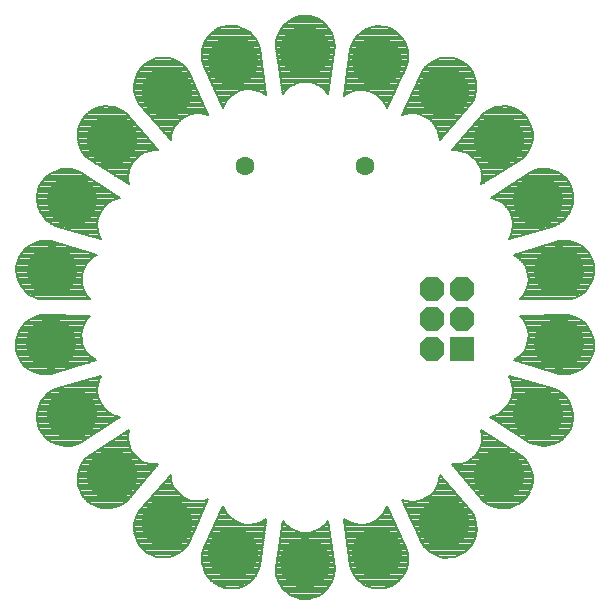
<source format=gbs>
G75*
%MOIN*%
%OFA0B0*%
%FSLAX25Y25*%
%IPPOS*%
%LPD*%
%AMOC8*
5,1,8,0,0,1.08239X$1,22.5*
%
%ADD10C,0.16800*%
%ADD11C,0.00800*%
%ADD12R,0.08200X0.08200*%
%ADD13OC8,0.08200*%
%ADD14C,0.06312*%
D10*
X0114104Y0106543D03*
X0095783Y0122466D03*
X0082533Y0142831D03*
X0075653Y0166145D03*
X0075810Y0190482D03*
X0082533Y0213836D03*
X0095783Y0234201D03*
X0114143Y0250124D03*
X0136160Y0260464D03*
X0160260Y0263648D03*
X0184282Y0260228D03*
X0206417Y0250124D03*
X0224738Y0234201D03*
X0237988Y0213875D03*
X0244710Y0190482D03*
X0244710Y0166185D03*
X0237869Y0142870D03*
X0224738Y0122466D03*
X0206496Y0106464D03*
X0184282Y0096439D03*
X0160260Y0093018D03*
X0136238Y0096439D03*
D11*
X0119698Y0097684D02*
X0106237Y0097684D01*
X0106423Y0097482D02*
X0105355Y0098640D01*
X0104481Y0099951D01*
X0103824Y0101383D01*
X0103398Y0102900D01*
X0103215Y0104465D01*
X0103279Y0106039D01*
X0103588Y0107584D01*
X0104135Y0109062D01*
X0104907Y0110436D01*
X0115402Y0122412D01*
X0115576Y0120962D01*
X0115979Y0119559D01*
X0116600Y0118238D01*
X0117424Y0117033D01*
X0118430Y0115975D01*
X0119591Y0115091D01*
X0120879Y0114403D01*
X0122260Y0113929D01*
X0123698Y0113681D01*
X0125158Y0113666D01*
X0126601Y0113884D01*
X0127992Y0114329D01*
X0121472Y0099801D01*
X0120544Y0098528D01*
X0119428Y0097415D01*
X0118152Y0096491D01*
X0116747Y0095777D01*
X0115248Y0095292D01*
X0113692Y0095048D01*
X0112116Y0095050D01*
X0110560Y0095298D01*
X0109062Y0095787D01*
X0107659Y0096504D01*
X0106423Y0097482D01*
X0107178Y0096885D02*
X0118697Y0096885D01*
X0117357Y0096087D02*
X0108476Y0096087D01*
X0110624Y0095288D02*
X0115222Y0095288D01*
X0120498Y0098482D02*
X0105501Y0098482D01*
X0104928Y0099281D02*
X0121093Y0099281D01*
X0121597Y0100079D02*
X0104423Y0100079D01*
X0104056Y0100878D02*
X0121955Y0100878D01*
X0122313Y0101676D02*
X0103741Y0101676D01*
X0103517Y0102475D02*
X0122672Y0102475D01*
X0123030Y0103273D02*
X0103354Y0103273D01*
X0103261Y0104072D02*
X0123388Y0104072D01*
X0123747Y0104870D02*
X0103231Y0104870D01*
X0103264Y0105669D02*
X0124105Y0105669D01*
X0124463Y0106467D02*
X0103364Y0106467D01*
X0103524Y0107266D02*
X0124822Y0107266D01*
X0125180Y0108064D02*
X0103766Y0108064D01*
X0104061Y0108863D02*
X0125538Y0108863D01*
X0125897Y0109661D02*
X0104472Y0109661D01*
X0104928Y0110460D02*
X0126255Y0110460D01*
X0126613Y0111258D02*
X0105628Y0111258D01*
X0106327Y0112057D02*
X0126972Y0112057D01*
X0127330Y0112855D02*
X0107027Y0112855D01*
X0107727Y0113654D02*
X0127689Y0113654D01*
X0132647Y0111258D02*
X0133334Y0111258D01*
X0133580Y0110687D02*
X0134362Y0109455D01*
X0135331Y0108363D01*
X0136462Y0107440D01*
X0137725Y0106708D01*
X0139089Y0106188D01*
X0140519Y0105892D01*
X0141977Y0105827D01*
X0143427Y0105996D01*
X0144832Y0106393D01*
X0146155Y0107010D01*
X0147363Y0107830D01*
X0145210Y0092051D01*
X0144680Y0090568D01*
X0143923Y0089185D01*
X0142960Y0087938D01*
X0141814Y0086857D01*
X0140513Y0085969D01*
X0139089Y0085295D01*
X0137576Y0084852D01*
X0136014Y0084651D01*
X0134439Y0084697D01*
X0132890Y0084989D01*
X0131429Y0085578D01*
X0130077Y0086387D01*
X0128869Y0087399D01*
X0127833Y0088586D01*
X0126997Y0089921D01*
X0126379Y0091371D01*
X0125996Y0092899D01*
X0125856Y0094469D01*
X0125964Y0096041D01*
X0126316Y0097576D01*
X0133004Y0112028D01*
X0133580Y0110687D01*
X0133724Y0110460D02*
X0132278Y0110460D01*
X0131908Y0109661D02*
X0134231Y0109661D01*
X0134888Y0108863D02*
X0131539Y0108863D01*
X0131169Y0108064D02*
X0135697Y0108064D01*
X0136762Y0107266D02*
X0130800Y0107266D01*
X0130430Y0106467D02*
X0138357Y0106467D01*
X0144990Y0106467D02*
X0147177Y0106467D01*
X0147068Y0105669D02*
X0130061Y0105669D01*
X0129691Y0104870D02*
X0146959Y0104870D01*
X0146850Y0104072D02*
X0129322Y0104072D01*
X0128952Y0103273D02*
X0146741Y0103273D01*
X0146632Y0102475D02*
X0128583Y0102475D01*
X0128213Y0101676D02*
X0146523Y0101676D01*
X0146414Y0100878D02*
X0127844Y0100878D01*
X0127474Y0100079D02*
X0146305Y0100079D01*
X0146197Y0099281D02*
X0127105Y0099281D01*
X0126736Y0098482D02*
X0146088Y0098482D01*
X0145979Y0097684D02*
X0126366Y0097684D01*
X0126158Y0096885D02*
X0145870Y0096885D01*
X0145761Y0096087D02*
X0125975Y0096087D01*
X0125913Y0095288D02*
X0145652Y0095288D01*
X0145543Y0094490D02*
X0125858Y0094490D01*
X0125925Y0093691D02*
X0145434Y0093691D01*
X0145325Y0092893D02*
X0125998Y0092893D01*
X0126198Y0092094D02*
X0145216Y0092094D01*
X0144940Y0091296D02*
X0126411Y0091296D01*
X0126751Y0090497D02*
X0144641Y0090497D01*
X0144204Y0089699D02*
X0127136Y0089699D01*
X0127637Y0088900D02*
X0143703Y0088900D01*
X0143086Y0088102D02*
X0128256Y0088102D01*
X0128983Y0087303D02*
X0142287Y0087303D01*
X0141297Y0086505D02*
X0129937Y0086505D01*
X0131214Y0085706D02*
X0139957Y0085706D01*
X0137766Y0084908D02*
X0133324Y0084908D01*
X0150698Y0088900D02*
X0169823Y0088900D01*
X0169672Y0088214D02*
X0169098Y0086746D01*
X0168301Y0085387D01*
X0167302Y0084169D01*
X0166124Y0083122D01*
X0164797Y0082273D01*
X0163353Y0081642D01*
X0161828Y0081244D01*
X0160260Y0081089D01*
X0158692Y0081244D01*
X0157168Y0081642D01*
X0155724Y0082273D01*
X0154397Y0083123D01*
X0153219Y0084169D01*
X0152220Y0085387D01*
X0151423Y0086746D01*
X0150849Y0088214D01*
X0150511Y0089753D01*
X0150418Y0091325D01*
X0152780Y0107073D01*
X0153709Y0105948D01*
X0154806Y0104985D01*
X0156043Y0104209D01*
X0157387Y0103640D01*
X0158805Y0103293D01*
X0160260Y0103176D01*
X0161716Y0103293D01*
X0163133Y0103640D01*
X0164478Y0104209D01*
X0165714Y0104985D01*
X0166811Y0105948D01*
X0167741Y0107073D01*
X0170103Y0091325D01*
X0170010Y0089753D01*
X0169672Y0088214D01*
X0169628Y0088102D02*
X0150892Y0088102D01*
X0151205Y0087303D02*
X0169316Y0087303D01*
X0168956Y0086505D02*
X0151565Y0086505D01*
X0152033Y0085706D02*
X0168488Y0085706D01*
X0167908Y0084908D02*
X0152613Y0084908D01*
X0153287Y0084109D02*
X0167234Y0084109D01*
X0166335Y0083310D02*
X0154186Y0083310D01*
X0155351Y0082512D02*
X0165170Y0082512D01*
X0163518Y0081713D02*
X0157004Y0081713D01*
X0150523Y0089699D02*
X0169998Y0089699D01*
X0170054Y0090497D02*
X0150467Y0090497D01*
X0150420Y0091296D02*
X0170101Y0091296D01*
X0169988Y0092094D02*
X0150533Y0092094D01*
X0150653Y0092893D02*
X0169868Y0092893D01*
X0169748Y0093691D02*
X0150773Y0093691D01*
X0150893Y0094490D02*
X0169628Y0094490D01*
X0169509Y0095288D02*
X0151012Y0095288D01*
X0151132Y0096087D02*
X0169389Y0096087D01*
X0169269Y0096885D02*
X0151252Y0096885D01*
X0151372Y0097684D02*
X0169149Y0097684D01*
X0169029Y0098482D02*
X0151491Y0098482D01*
X0151611Y0099281D02*
X0168910Y0099281D01*
X0168790Y0100079D02*
X0151731Y0100079D01*
X0151851Y0100878D02*
X0168670Y0100878D01*
X0168550Y0101676D02*
X0151970Y0101676D01*
X0152090Y0102475D02*
X0168431Y0102475D01*
X0168311Y0103273D02*
X0161475Y0103273D01*
X0159046Y0103273D02*
X0152210Y0103273D01*
X0152330Y0104072D02*
X0156366Y0104072D01*
X0154989Y0104870D02*
X0152450Y0104870D01*
X0152569Y0105669D02*
X0154027Y0105669D01*
X0153281Y0106467D02*
X0152689Y0106467D01*
X0147286Y0107266D02*
X0146532Y0107266D01*
X0164154Y0104072D02*
X0168191Y0104072D01*
X0168071Y0104870D02*
X0165532Y0104870D01*
X0166494Y0105669D02*
X0167951Y0105669D01*
X0167832Y0106467D02*
X0167240Y0106467D01*
X0173235Y0107266D02*
X0173989Y0107266D01*
X0174366Y0107010D02*
X0175689Y0106393D01*
X0177094Y0105996D01*
X0178544Y0105827D01*
X0180002Y0105892D01*
X0181432Y0106188D01*
X0182795Y0106708D01*
X0184059Y0107440D01*
X0185190Y0108363D01*
X0186159Y0109455D01*
X0186941Y0110687D01*
X0187517Y0112028D01*
X0194204Y0097576D01*
X0194557Y0096041D01*
X0194665Y0094469D01*
X0194525Y0092899D01*
X0194142Y0091371D01*
X0193524Y0089921D01*
X0192687Y0088586D01*
X0191652Y0087398D01*
X0190444Y0086387D01*
X0189092Y0085578D01*
X0187630Y0084989D01*
X0186082Y0084697D01*
X0184507Y0084651D01*
X0182944Y0084852D01*
X0181432Y0085295D01*
X0180008Y0085969D01*
X0178707Y0086858D01*
X0177560Y0087939D01*
X0176597Y0089186D01*
X0175841Y0090568D01*
X0175311Y0092051D01*
X0173158Y0107830D01*
X0174366Y0107010D01*
X0173344Y0106467D02*
X0175530Y0106467D01*
X0173453Y0105669D02*
X0190460Y0105669D01*
X0190090Y0106467D02*
X0182164Y0106467D01*
X0183758Y0107266D02*
X0189721Y0107266D01*
X0189351Y0108064D02*
X0184824Y0108064D01*
X0185633Y0108863D02*
X0188982Y0108863D01*
X0188613Y0109661D02*
X0186290Y0109661D01*
X0186797Y0110460D02*
X0188243Y0110460D01*
X0187874Y0111258D02*
X0187186Y0111258D01*
X0192876Y0113654D02*
X0195001Y0113654D01*
X0195442Y0113587D02*
X0196901Y0113603D01*
X0198340Y0113850D01*
X0199721Y0114324D01*
X0201008Y0115012D01*
X0202170Y0115896D01*
X0203175Y0116954D01*
X0203999Y0118159D01*
X0204621Y0119480D01*
X0205023Y0120884D01*
X0205197Y0122333D01*
X0215693Y0110357D01*
X0216465Y0108983D01*
X0217012Y0107506D01*
X0217321Y0105961D01*
X0217385Y0104386D01*
X0217202Y0102821D01*
X0216776Y0101304D01*
X0216118Y0099872D01*
X0215245Y0098561D01*
X0214177Y0097403D01*
X0212940Y0096426D01*
X0211537Y0095709D01*
X0210040Y0095220D01*
X0208484Y0094971D01*
X0206908Y0094969D01*
X0205351Y0095214D01*
X0203852Y0095698D01*
X0202447Y0096412D01*
X0201171Y0097336D01*
X0200056Y0098449D01*
X0199128Y0099722D01*
X0192608Y0114251D01*
X0193998Y0113805D01*
X0195442Y0113587D01*
X0197200Y0113654D02*
X0212804Y0113654D01*
X0213503Y0112855D02*
X0193234Y0112855D01*
X0193592Y0112057D02*
X0214203Y0112057D01*
X0214903Y0111258D02*
X0193951Y0111258D01*
X0194309Y0110460D02*
X0215603Y0110460D01*
X0216084Y0109661D02*
X0194667Y0109661D01*
X0195026Y0108863D02*
X0216509Y0108863D01*
X0216805Y0108064D02*
X0195384Y0108064D01*
X0195742Y0107266D02*
X0217060Y0107266D01*
X0217220Y0106467D02*
X0196101Y0106467D01*
X0196459Y0105669D02*
X0217333Y0105669D01*
X0217365Y0104870D02*
X0196818Y0104870D01*
X0197176Y0104072D02*
X0217348Y0104072D01*
X0217255Y0103273D02*
X0197534Y0103273D01*
X0197893Y0102475D02*
X0217105Y0102475D01*
X0216880Y0101676D02*
X0198251Y0101676D01*
X0198609Y0100878D02*
X0216580Y0100878D01*
X0216213Y0100079D02*
X0198968Y0100079D01*
X0199450Y0099281D02*
X0215724Y0099281D01*
X0215172Y0098482D02*
X0200031Y0098482D01*
X0200823Y0097684D02*
X0214435Y0097684D01*
X0213522Y0096885D02*
X0201794Y0096885D01*
X0203088Y0096087D02*
X0212277Y0096087D01*
X0210249Y0095288D02*
X0205121Y0095288D01*
X0194663Y0094490D02*
X0174978Y0094490D01*
X0174869Y0095288D02*
X0194608Y0095288D01*
X0194546Y0096087D02*
X0174760Y0096087D01*
X0174651Y0096885D02*
X0194363Y0096885D01*
X0194155Y0097684D02*
X0174542Y0097684D01*
X0174433Y0098482D02*
X0193785Y0098482D01*
X0193416Y0099281D02*
X0174324Y0099281D01*
X0174215Y0100079D02*
X0193046Y0100079D01*
X0192677Y0100878D02*
X0174106Y0100878D01*
X0173997Y0101676D02*
X0192307Y0101676D01*
X0191938Y0102475D02*
X0173889Y0102475D01*
X0173780Y0103273D02*
X0191568Y0103273D01*
X0191199Y0104072D02*
X0173671Y0104072D01*
X0173562Y0104870D02*
X0190829Y0104870D01*
X0199961Y0114452D02*
X0212104Y0114452D01*
X0211404Y0115251D02*
X0201322Y0115251D01*
X0202315Y0116049D02*
X0210704Y0116049D01*
X0210004Y0116848D02*
X0203074Y0116848D01*
X0203649Y0117646D02*
X0209305Y0117646D01*
X0208605Y0118445D02*
X0204134Y0118445D01*
X0204509Y0119243D02*
X0207905Y0119243D01*
X0207205Y0120042D02*
X0204782Y0120042D01*
X0205011Y0120841D02*
X0206505Y0120841D01*
X0205806Y0121639D02*
X0205114Y0121639D01*
X0209544Y0125632D02*
X0234954Y0125632D01*
X0235265Y0125039D02*
X0234532Y0126434D01*
X0233590Y0127697D01*
X0232462Y0128797D01*
X0219012Y0137322D01*
X0219254Y0135883D01*
X0219264Y0134423D01*
X0219041Y0132980D01*
X0218591Y0131592D01*
X0217925Y0130293D01*
X0217061Y0129116D01*
X0216020Y0128093D01*
X0214829Y0127248D01*
X0213519Y0126605D01*
X0212122Y0126178D01*
X0210676Y0125980D01*
X0209217Y0126014D01*
X0219573Y0113918D01*
X0220823Y0112958D01*
X0222207Y0112206D01*
X0223693Y0111679D01*
X0225242Y0111392D01*
X0226817Y0111350D01*
X0228379Y0111555D01*
X0229890Y0112002D01*
X0231312Y0112679D01*
X0232611Y0113571D01*
X0233755Y0114655D01*
X0234665Y0115942D01*
X0235362Y0117354D01*
X0235830Y0118859D01*
X0236057Y0120418D01*
X0236037Y0121994D01*
X0235771Y0123547D01*
X0235265Y0125039D01*
X0235335Y0124833D02*
X0210228Y0124833D01*
X0210912Y0124035D02*
X0235606Y0124035D01*
X0235824Y0123236D02*
X0211595Y0123236D01*
X0212279Y0122438D02*
X0235961Y0122438D01*
X0236041Y0121639D02*
X0212963Y0121639D01*
X0213646Y0120841D02*
X0236052Y0120841D01*
X0236002Y0120042D02*
X0214330Y0120042D01*
X0215014Y0119243D02*
X0235886Y0119243D01*
X0235701Y0118445D02*
X0215697Y0118445D01*
X0216381Y0117646D02*
X0235453Y0117646D01*
X0235112Y0116848D02*
X0217065Y0116848D01*
X0217748Y0116049D02*
X0234718Y0116049D01*
X0234176Y0115251D02*
X0218432Y0115251D01*
X0219116Y0114452D02*
X0233541Y0114452D01*
X0232699Y0113654D02*
X0219917Y0113654D01*
X0221012Y0112855D02*
X0231569Y0112855D01*
X0230006Y0112057D02*
X0222628Y0112057D01*
X0214788Y0127229D02*
X0233939Y0127229D01*
X0234534Y0126430D02*
X0212947Y0126430D01*
X0215927Y0128027D02*
X0233251Y0128027D01*
X0232417Y0128826D02*
X0216765Y0128826D01*
X0217434Y0129624D02*
X0231157Y0129624D01*
X0229897Y0130423D02*
X0217992Y0130423D01*
X0218401Y0131221D02*
X0228637Y0131221D01*
X0227378Y0132020D02*
X0218730Y0132020D01*
X0218989Y0132818D02*
X0226118Y0132818D01*
X0224858Y0133617D02*
X0219140Y0133617D01*
X0219263Y0134415D02*
X0223598Y0134415D01*
X0222339Y0135214D02*
X0219259Y0135214D01*
X0219233Y0136012D02*
X0221079Y0136012D01*
X0219819Y0136811D02*
X0219098Y0136811D01*
X0222425Y0141602D02*
X0249514Y0141602D01*
X0249504Y0140967D02*
X0249234Y0139414D01*
X0248725Y0137924D01*
X0247934Y0136561D01*
X0246939Y0135338D01*
X0245766Y0134287D01*
X0244443Y0133431D01*
X0243002Y0132794D01*
X0241479Y0132389D01*
X0239912Y0132228D01*
X0238339Y0132314D01*
X0236798Y0132644D01*
X0235328Y0133212D01*
X0221978Y0141892D01*
X0223388Y0142271D01*
X0224719Y0142870D01*
X0225938Y0143673D01*
X0227013Y0144661D01*
X0227917Y0145807D01*
X0228627Y0147083D01*
X0229124Y0148455D01*
X0229396Y0149889D01*
X0229436Y0151349D01*
X0229242Y0152796D01*
X0228821Y0154193D01*
X0228182Y0155506D01*
X0243492Y0151125D01*
X0244884Y0150388D01*
X0246145Y0149442D01*
X0247242Y0148311D01*
X0248148Y0147023D01*
X0248842Y0145608D01*
X0249306Y0144102D01*
X0249529Y0142542D01*
X0249504Y0140967D01*
X0249476Y0140803D02*
X0223653Y0140803D01*
X0224881Y0140005D02*
X0249337Y0140005D01*
X0249163Y0139206D02*
X0226109Y0139206D01*
X0227337Y0138408D02*
X0248890Y0138408D01*
X0248542Y0137609D02*
X0228565Y0137609D01*
X0229793Y0136811D02*
X0248079Y0136811D01*
X0247487Y0136012D02*
X0231022Y0136012D01*
X0232250Y0135214D02*
X0246800Y0135214D01*
X0245909Y0134415D02*
X0233478Y0134415D01*
X0234706Y0133617D02*
X0244729Y0133617D01*
X0243057Y0132818D02*
X0236348Y0132818D01*
X0225218Y0143199D02*
X0249435Y0143199D01*
X0249526Y0142400D02*
X0223675Y0142400D01*
X0226291Y0143997D02*
X0249321Y0143997D01*
X0249092Y0144796D02*
X0227119Y0144796D01*
X0227749Y0145594D02*
X0248846Y0145594D01*
X0248457Y0146393D02*
X0228243Y0146393D01*
X0228666Y0147191D02*
X0248029Y0147191D01*
X0247468Y0147990D02*
X0228955Y0147990D01*
X0229187Y0148788D02*
X0246779Y0148788D01*
X0245952Y0149587D02*
X0229338Y0149587D01*
X0229409Y0150385D02*
X0244888Y0150385D01*
X0243285Y0151184D02*
X0229431Y0151184D01*
X0229351Y0151982D02*
X0240494Y0151982D01*
X0237704Y0152781D02*
X0229244Y0152781D01*
X0229006Y0153579D02*
X0234914Y0153579D01*
X0232123Y0154378D02*
X0228731Y0154378D01*
X0228342Y0155177D02*
X0229333Y0155177D01*
X0229797Y0160766D02*
X0255074Y0160766D01*
X0254699Y0160162D02*
X0253669Y0158970D01*
X0252465Y0157954D01*
X0251117Y0157138D01*
X0249658Y0156543D01*
X0248124Y0156184D01*
X0246552Y0156069D01*
X0244982Y0156201D01*
X0229732Y0160786D01*
X0230979Y0161545D01*
X0232089Y0162493D01*
X0233033Y0163607D01*
X0233788Y0164856D01*
X0234334Y0166210D01*
X0234657Y0167634D01*
X0234749Y0169090D01*
X0234607Y0170543D01*
X0234236Y0171955D01*
X0233644Y0173290D01*
X0232848Y0174513D01*
X0231866Y0175593D01*
X0247790Y0175685D01*
X0249333Y0175369D01*
X0250809Y0174815D01*
X0252179Y0174037D01*
X0253411Y0173055D01*
X0254474Y0171892D01*
X0255341Y0170577D01*
X0255993Y0169142D01*
X0256412Y0167623D01*
X0256588Y0166057D01*
X0256518Y0164483D01*
X0256141Y0162953D01*
X0255530Y0161501D01*
X0254699Y0160162D01*
X0254531Y0159968D02*
X0232454Y0159968D01*
X0231002Y0161565D02*
X0255556Y0161565D01*
X0255893Y0162363D02*
X0231936Y0162363D01*
X0232656Y0163162D02*
X0256192Y0163162D01*
X0256389Y0163960D02*
X0233247Y0163960D01*
X0233729Y0164759D02*
X0256530Y0164759D01*
X0256566Y0165557D02*
X0234071Y0165557D01*
X0234367Y0166356D02*
X0256555Y0166356D01*
X0256465Y0167154D02*
X0234548Y0167154D01*
X0234677Y0167953D02*
X0256321Y0167953D01*
X0256101Y0168751D02*
X0234727Y0168751D01*
X0234704Y0169550D02*
X0255808Y0169550D01*
X0255445Y0170348D02*
X0234626Y0170348D01*
X0234449Y0171147D02*
X0254965Y0171147D01*
X0254425Y0171945D02*
X0234239Y0171945D01*
X0233886Y0172744D02*
X0253695Y0172744D01*
X0252800Y0173542D02*
X0233480Y0173542D01*
X0232960Y0174341D02*
X0251644Y0174341D01*
X0249945Y0175139D02*
X0232278Y0175139D01*
X0231866Y0181073D02*
X0247790Y0180981D01*
X0249333Y0181298D01*
X0250809Y0181852D01*
X0252179Y0182629D01*
X0253411Y0183612D01*
X0254473Y0184775D01*
X0255341Y0186090D01*
X0255993Y0187525D01*
X0256412Y0189044D01*
X0256588Y0190609D01*
X0256518Y0192183D01*
X0256141Y0193713D01*
X0255530Y0195166D01*
X0254699Y0196504D01*
X0253669Y0197697D01*
X0252465Y0198713D01*
X0251117Y0199529D01*
X0249658Y0200124D01*
X0248124Y0200483D01*
X0246552Y0200598D01*
X0244982Y0200465D01*
X0229732Y0195881D01*
X0230979Y0195122D01*
X0232089Y0194173D01*
X0233033Y0193060D01*
X0233788Y0191811D01*
X0234334Y0190457D01*
X0234657Y0189033D01*
X0234749Y0187576D01*
X0234607Y0186123D01*
X0234236Y0184711D01*
X0233644Y0183377D01*
X0232848Y0182154D01*
X0231866Y0181073D01*
X0232278Y0181527D02*
X0249945Y0181527D01*
X0251644Y0182326D02*
X0232960Y0182326D01*
X0233480Y0183124D02*
X0252799Y0183124D01*
X0253695Y0183923D02*
X0233886Y0183923D01*
X0234239Y0184721D02*
X0254425Y0184721D01*
X0254965Y0185520D02*
X0234449Y0185520D01*
X0234626Y0186318D02*
X0255445Y0186318D01*
X0255808Y0187117D02*
X0234704Y0187117D01*
X0234727Y0187915D02*
X0256101Y0187915D01*
X0256321Y0188714D02*
X0234677Y0188714D01*
X0234548Y0189512D02*
X0256465Y0189512D01*
X0256555Y0190311D02*
X0234367Y0190311D01*
X0234071Y0191110D02*
X0256566Y0191110D01*
X0256530Y0191908D02*
X0233729Y0191908D01*
X0233247Y0192707D02*
X0256389Y0192707D01*
X0256192Y0193505D02*
X0232656Y0193505D01*
X0231936Y0194304D02*
X0255893Y0194304D01*
X0255557Y0195102D02*
X0231002Y0195102D01*
X0229797Y0195901D02*
X0255074Y0195901D01*
X0254531Y0196699D02*
X0232454Y0196699D01*
X0235110Y0197498D02*
X0253841Y0197498D01*
X0252959Y0198296D02*
X0237766Y0198296D01*
X0240423Y0199095D02*
X0251835Y0199095D01*
X0250223Y0199893D02*
X0243079Y0199893D01*
X0240337Y0204684D02*
X0229459Y0204684D01*
X0229554Y0205397D02*
X0229514Y0206856D01*
X0229242Y0208290D01*
X0228745Y0209663D01*
X0228035Y0210938D01*
X0227131Y0212085D01*
X0226056Y0213072D01*
X0224837Y0213875D01*
X0223506Y0214474D01*
X0222096Y0214853D01*
X0235446Y0223533D01*
X0236916Y0224101D01*
X0238457Y0224432D01*
X0240030Y0224518D01*
X0241597Y0224356D01*
X0243120Y0223952D01*
X0244561Y0223314D01*
X0245884Y0222459D01*
X0247058Y0221407D01*
X0248052Y0220185D01*
X0248843Y0218822D01*
X0249352Y0217331D01*
X0249622Y0215779D01*
X0249647Y0214203D01*
X0249424Y0212643D01*
X0248960Y0211138D01*
X0248266Y0209723D01*
X0247360Y0208434D01*
X0246263Y0207303D01*
X0245002Y0206357D01*
X0243610Y0205621D01*
X0228300Y0201240D01*
X0228939Y0202552D01*
X0229360Y0203950D01*
X0229554Y0205397D01*
X0229551Y0205483D02*
X0243128Y0205483D01*
X0244858Y0206281D02*
X0229530Y0206281D01*
X0229471Y0207080D02*
X0245965Y0207080D01*
X0246821Y0207878D02*
X0229320Y0207878D01*
X0229102Y0208677D02*
X0247530Y0208677D01*
X0248092Y0209475D02*
X0228813Y0209475D01*
X0228405Y0210274D02*
X0248536Y0210274D01*
X0248928Y0211072D02*
X0227929Y0211072D01*
X0227300Y0211871D02*
X0249186Y0211871D01*
X0249428Y0212669D02*
X0226494Y0212669D01*
X0225455Y0213468D02*
X0249542Y0213468D01*
X0249646Y0214266D02*
X0223968Y0214266D01*
X0223650Y0215863D02*
X0249608Y0215863D01*
X0249633Y0215065D02*
X0222422Y0215065D01*
X0224878Y0216662D02*
X0249469Y0216662D01*
X0249308Y0217460D02*
X0226106Y0217460D01*
X0227334Y0218259D02*
X0249035Y0218259D01*
X0248706Y0219057D02*
X0228562Y0219057D01*
X0229790Y0219856D02*
X0248243Y0219856D01*
X0247670Y0220654D02*
X0231019Y0220654D01*
X0232247Y0221453D02*
X0247006Y0221453D01*
X0246116Y0222251D02*
X0233475Y0222251D01*
X0234703Y0223050D02*
X0244970Y0223050D01*
X0243354Y0223848D02*
X0236262Y0223848D01*
X0232462Y0227870D02*
X0219012Y0219344D01*
X0219254Y0220784D01*
X0219264Y0222244D01*
X0219041Y0223686D01*
X0218591Y0225075D01*
X0217925Y0226374D01*
X0217061Y0227550D01*
X0216020Y0228574D01*
X0214829Y0229418D01*
X0213519Y0230062D01*
X0212122Y0230488D01*
X0210676Y0230687D01*
X0209217Y0230652D01*
X0219573Y0242749D01*
X0220823Y0243708D01*
X0222207Y0244461D01*
X0223693Y0244987D01*
X0225242Y0245275D01*
X0226817Y0245317D01*
X0228379Y0245112D01*
X0229890Y0244665D01*
X0231312Y0243987D01*
X0232611Y0243095D01*
X0233755Y0242011D01*
X0234665Y0240725D01*
X0235362Y0239312D01*
X0235830Y0237808D01*
X0236057Y0236248D01*
X0236037Y0234673D01*
X0235771Y0233120D01*
X0235265Y0231628D01*
X0234532Y0230233D01*
X0233590Y0228970D01*
X0232462Y0227870D01*
X0232417Y0227841D02*
X0216765Y0227841D01*
X0217434Y0227043D02*
X0231157Y0227043D01*
X0229897Y0226244D02*
X0217992Y0226244D01*
X0218401Y0225445D02*
X0228637Y0225445D01*
X0227378Y0224647D02*
X0218730Y0224647D01*
X0218989Y0223848D02*
X0226118Y0223848D01*
X0224858Y0223050D02*
X0219140Y0223050D01*
X0219263Y0222251D02*
X0223598Y0222251D01*
X0222339Y0221453D02*
X0219259Y0221453D01*
X0219233Y0220654D02*
X0221079Y0220654D01*
X0219819Y0219856D02*
X0219098Y0219856D01*
X0215927Y0228640D02*
X0233251Y0228640D01*
X0233939Y0229438D02*
X0214788Y0229438D01*
X0212947Y0230237D02*
X0234534Y0230237D01*
X0234954Y0231035D02*
X0209544Y0231035D01*
X0210228Y0231834D02*
X0235335Y0231834D01*
X0235605Y0232632D02*
X0210912Y0232632D01*
X0211595Y0233431D02*
X0235824Y0233431D01*
X0235961Y0234229D02*
X0212279Y0234229D01*
X0212963Y0235028D02*
X0236041Y0235028D01*
X0236051Y0235826D02*
X0213646Y0235826D01*
X0214330Y0236625D02*
X0236002Y0236625D01*
X0235886Y0237423D02*
X0215014Y0237423D01*
X0215697Y0238222D02*
X0235701Y0238222D01*
X0235453Y0239020D02*
X0216381Y0239020D01*
X0217065Y0239819D02*
X0235112Y0239819D01*
X0234718Y0240617D02*
X0217748Y0240617D01*
X0218432Y0241416D02*
X0234176Y0241416D01*
X0233541Y0242214D02*
X0219116Y0242214D01*
X0219917Y0243013D02*
X0232699Y0243013D01*
X0231569Y0243811D02*
X0221012Y0243811D01*
X0222628Y0244610D02*
X0230006Y0244610D01*
X0216933Y0249082D02*
X0216386Y0247605D01*
X0215614Y0246231D01*
X0205119Y0234255D01*
X0204945Y0235704D01*
X0204542Y0237108D01*
X0203921Y0238429D01*
X0203097Y0239634D01*
X0202091Y0240692D01*
X0200930Y0241576D01*
X0199642Y0242264D01*
X0198261Y0242738D01*
X0196823Y0242985D01*
X0195363Y0243000D01*
X0193919Y0242783D01*
X0192529Y0242337D01*
X0199049Y0256866D01*
X0199977Y0258139D01*
X0201093Y0259252D01*
X0202369Y0260176D01*
X0203773Y0260890D01*
X0205273Y0261374D01*
X0206829Y0261619D01*
X0208405Y0261617D01*
X0209961Y0261368D01*
X0211459Y0260879D01*
X0212862Y0260162D01*
X0214098Y0259185D01*
X0215166Y0258027D01*
X0216039Y0256715D01*
X0216697Y0255284D01*
X0217123Y0253767D01*
X0217306Y0252202D01*
X0217242Y0250627D01*
X0216933Y0249082D01*
X0216997Y0249401D02*
X0195699Y0249401D01*
X0196057Y0250199D02*
X0217157Y0250199D01*
X0217257Y0250998D02*
X0196416Y0250998D01*
X0196774Y0251796D02*
X0217290Y0251796D01*
X0217260Y0252595D02*
X0197132Y0252595D01*
X0197491Y0253393D02*
X0217167Y0253393D01*
X0217004Y0254192D02*
X0197849Y0254192D01*
X0198208Y0254990D02*
X0216779Y0254990D01*
X0216465Y0255789D02*
X0198566Y0255789D01*
X0198924Y0256587D02*
X0216098Y0256587D01*
X0215593Y0257386D02*
X0199428Y0257386D01*
X0200022Y0258184D02*
X0215020Y0258184D01*
X0214284Y0258983D02*
X0200823Y0258983D01*
X0201824Y0259781D02*
X0213343Y0259781D01*
X0212044Y0260580D02*
X0203164Y0260580D01*
X0205299Y0261379D02*
X0209896Y0261379D01*
X0216755Y0248602D02*
X0195341Y0248602D01*
X0194982Y0247804D02*
X0216459Y0247804D01*
X0216049Y0247005D02*
X0194624Y0247005D01*
X0194266Y0246207D02*
X0215593Y0246207D01*
X0214893Y0245408D02*
X0193907Y0245408D01*
X0193549Y0244610D02*
X0214193Y0244610D01*
X0213494Y0243811D02*
X0193191Y0243811D01*
X0192832Y0243013D02*
X0212794Y0243013D01*
X0212094Y0242214D02*
X0199735Y0242214D01*
X0201140Y0241416D02*
X0211394Y0241416D01*
X0210694Y0240617D02*
X0202162Y0240617D01*
X0202921Y0239819D02*
X0209995Y0239819D01*
X0209295Y0239020D02*
X0203516Y0239020D01*
X0204018Y0238222D02*
X0208595Y0238222D01*
X0207895Y0237423D02*
X0204394Y0237423D01*
X0204681Y0236625D02*
X0207195Y0236625D01*
X0206496Y0235826D02*
X0204910Y0235826D01*
X0205026Y0235028D02*
X0205796Y0235028D01*
X0187517Y0244638D02*
X0194204Y0259090D01*
X0194557Y0260626D01*
X0194664Y0262198D01*
X0194525Y0263767D01*
X0194142Y0265296D01*
X0193524Y0266745D01*
X0192687Y0268080D01*
X0191652Y0269268D01*
X0190444Y0270279D01*
X0189092Y0271089D01*
X0187630Y0271677D01*
X0186082Y0271969D01*
X0184507Y0272015D01*
X0182944Y0271815D01*
X0181432Y0271372D01*
X0180008Y0270698D01*
X0178707Y0269809D01*
X0177560Y0268728D01*
X0176597Y0267481D01*
X0175841Y0266099D01*
X0175311Y0264615D01*
X0173158Y0248837D01*
X0174366Y0249657D01*
X0175689Y0250273D01*
X0177094Y0250671D01*
X0178544Y0250840D01*
X0180002Y0250775D01*
X0181432Y0250479D01*
X0182795Y0249958D01*
X0184059Y0249227D01*
X0185190Y0248304D01*
X0186159Y0247212D01*
X0186941Y0245980D01*
X0187517Y0244638D01*
X0187186Y0245408D02*
X0187874Y0245408D01*
X0188243Y0246207D02*
X0186797Y0246207D01*
X0186290Y0247005D02*
X0188613Y0247005D01*
X0188982Y0247804D02*
X0185633Y0247804D01*
X0184824Y0248602D02*
X0189352Y0248602D01*
X0189721Y0249401D02*
X0183758Y0249401D01*
X0182164Y0250199D02*
X0190090Y0250199D01*
X0190460Y0250998D02*
X0173453Y0250998D01*
X0173562Y0251796D02*
X0190829Y0251796D01*
X0191199Y0252595D02*
X0173671Y0252595D01*
X0173780Y0253393D02*
X0191568Y0253393D01*
X0191938Y0254192D02*
X0173888Y0254192D01*
X0173997Y0254990D02*
X0192307Y0254990D01*
X0192677Y0255789D02*
X0174106Y0255789D01*
X0174215Y0256587D02*
X0193046Y0256587D01*
X0193416Y0257386D02*
X0174324Y0257386D01*
X0174433Y0258184D02*
X0193785Y0258184D01*
X0194155Y0258983D02*
X0174542Y0258983D01*
X0174651Y0259781D02*
X0194363Y0259781D01*
X0194546Y0260580D02*
X0174760Y0260580D01*
X0174869Y0261379D02*
X0194608Y0261379D01*
X0194663Y0262177D02*
X0174978Y0262177D01*
X0175087Y0262976D02*
X0194595Y0262976D01*
X0194523Y0263774D02*
X0175196Y0263774D01*
X0175305Y0264573D02*
X0194323Y0264573D01*
X0194110Y0265371D02*
X0175581Y0265371D01*
X0175880Y0266170D02*
X0193769Y0266170D01*
X0193384Y0266968D02*
X0176317Y0266968D01*
X0176818Y0267767D02*
X0192884Y0267767D01*
X0192265Y0268565D02*
X0177434Y0268565D01*
X0178234Y0269364D02*
X0191538Y0269364D01*
X0190584Y0270162D02*
X0179224Y0270162D01*
X0180564Y0270961D02*
X0189307Y0270961D01*
X0187197Y0271759D02*
X0182755Y0271759D01*
X0169672Y0268453D02*
X0170010Y0266914D01*
X0170103Y0265341D01*
X0167741Y0249593D01*
X0166811Y0250719D01*
X0165714Y0251682D01*
X0164478Y0252458D01*
X0163133Y0253027D01*
X0161716Y0253374D01*
X0160260Y0253491D01*
X0158805Y0253374D01*
X0157387Y0253027D01*
X0156043Y0252458D01*
X0154806Y0251682D01*
X0153709Y0250719D01*
X0152780Y0249593D01*
X0150418Y0265341D01*
X0150511Y0266914D01*
X0150849Y0268453D01*
X0151423Y0269920D01*
X0152220Y0271280D01*
X0153219Y0272498D01*
X0154397Y0273544D01*
X0155724Y0274394D01*
X0157168Y0275025D01*
X0158692Y0275423D01*
X0160260Y0275577D01*
X0161828Y0275423D01*
X0163353Y0275025D01*
X0164797Y0274394D01*
X0166124Y0273544D01*
X0167301Y0272498D01*
X0168301Y0271280D01*
X0169098Y0269920D01*
X0169672Y0268453D01*
X0169628Y0268565D02*
X0150892Y0268565D01*
X0150698Y0267767D02*
X0169823Y0267767D01*
X0169998Y0266968D02*
X0150523Y0266968D01*
X0150467Y0266170D02*
X0170054Y0266170D01*
X0170101Y0265371D02*
X0150420Y0265371D01*
X0150533Y0264573D02*
X0169988Y0264573D01*
X0169868Y0263774D02*
X0150653Y0263774D01*
X0150773Y0262976D02*
X0169748Y0262976D01*
X0169628Y0262177D02*
X0150893Y0262177D01*
X0151012Y0261379D02*
X0169509Y0261379D01*
X0169389Y0260580D02*
X0151132Y0260580D01*
X0151252Y0259781D02*
X0169269Y0259781D01*
X0169149Y0258983D02*
X0151372Y0258983D01*
X0151491Y0258184D02*
X0169029Y0258184D01*
X0168910Y0257386D02*
X0151611Y0257386D01*
X0151731Y0256587D02*
X0168790Y0256587D01*
X0168670Y0255789D02*
X0151851Y0255789D01*
X0151971Y0254990D02*
X0168550Y0254990D01*
X0168431Y0254192D02*
X0152090Y0254192D01*
X0152210Y0253393D02*
X0159046Y0253393D01*
X0161475Y0253393D02*
X0168311Y0253393D01*
X0168191Y0252595D02*
X0164154Y0252595D01*
X0165532Y0251796D02*
X0168071Y0251796D01*
X0167951Y0250998D02*
X0166494Y0250998D01*
X0167240Y0250199D02*
X0167832Y0250199D01*
X0173235Y0249401D02*
X0173989Y0249401D01*
X0173344Y0250199D02*
X0175530Y0250199D01*
X0156366Y0252595D02*
X0152330Y0252595D01*
X0152450Y0251796D02*
X0154989Y0251796D01*
X0154027Y0250998D02*
X0152569Y0250998D01*
X0152689Y0250199D02*
X0153281Y0250199D01*
X0147239Y0249401D02*
X0146802Y0249401D01*
X0147284Y0249073D02*
X0145131Y0264851D01*
X0144601Y0266335D01*
X0143845Y0267717D01*
X0142882Y0268964D01*
X0141735Y0270045D01*
X0140434Y0270934D01*
X0139010Y0271608D01*
X0137498Y0272051D01*
X0135935Y0272252D01*
X0134360Y0272205D01*
X0132812Y0271914D01*
X0131350Y0271325D01*
X0129998Y0270516D01*
X0128790Y0269504D01*
X0127755Y0268317D01*
X0126918Y0266982D01*
X0126300Y0265532D01*
X0125917Y0264004D01*
X0125778Y0262434D01*
X0125885Y0260862D01*
X0126238Y0259326D01*
X0132925Y0244874D01*
X0133501Y0246216D01*
X0134283Y0247448D01*
X0135253Y0248540D01*
X0136383Y0249463D01*
X0137647Y0250194D01*
X0139011Y0250715D01*
X0140440Y0251011D01*
X0141898Y0251076D01*
X0143348Y0250907D01*
X0144753Y0250510D01*
X0146076Y0249893D01*
X0147284Y0249073D01*
X0147131Y0250199D02*
X0145419Y0250199D01*
X0147022Y0250998D02*
X0142569Y0250998D01*
X0140375Y0250998D02*
X0130091Y0250998D01*
X0129722Y0251796D02*
X0146913Y0251796D01*
X0146804Y0252595D02*
X0129352Y0252595D01*
X0128983Y0253393D02*
X0146695Y0253393D01*
X0146586Y0254192D02*
X0128613Y0254192D01*
X0128244Y0254990D02*
X0146477Y0254990D01*
X0146368Y0255789D02*
X0127875Y0255789D01*
X0127505Y0256587D02*
X0146259Y0256587D01*
X0146150Y0257386D02*
X0127136Y0257386D01*
X0126766Y0258184D02*
X0146041Y0258184D01*
X0145932Y0258983D02*
X0126397Y0258983D01*
X0126133Y0259781D02*
X0145823Y0259781D01*
X0145714Y0260580D02*
X0125950Y0260580D01*
X0125850Y0261379D02*
X0145605Y0261379D01*
X0145496Y0262177D02*
X0125795Y0262177D01*
X0125826Y0262976D02*
X0145387Y0262976D01*
X0145278Y0263774D02*
X0125897Y0263774D01*
X0126060Y0264573D02*
X0145169Y0264573D01*
X0144946Y0265371D02*
X0126260Y0265371D01*
X0126572Y0266170D02*
X0144660Y0266170D01*
X0144254Y0266968D02*
X0126912Y0266968D01*
X0127410Y0267767D02*
X0143807Y0267767D01*
X0143190Y0268565D02*
X0127971Y0268565D01*
X0128667Y0269364D02*
X0142458Y0269364D01*
X0141564Y0270162D02*
X0129576Y0270162D01*
X0130741Y0270961D02*
X0140377Y0270961D01*
X0138493Y0271759D02*
X0132428Y0271759D01*
X0119737Y0258983D02*
X0106276Y0258983D01*
X0106462Y0259185D02*
X0107699Y0260162D01*
X0109102Y0260879D01*
X0110599Y0261368D01*
X0112155Y0261617D01*
X0113731Y0261619D01*
X0115287Y0261374D01*
X0116787Y0260889D01*
X0118192Y0260176D01*
X0119468Y0259252D01*
X0120583Y0258139D01*
X0121511Y0256866D01*
X0128031Y0242337D01*
X0126641Y0242783D01*
X0125197Y0243000D01*
X0123738Y0242985D01*
X0122299Y0242738D01*
X0120918Y0242264D01*
X0119631Y0241576D01*
X0118469Y0240692D01*
X0117464Y0239634D01*
X0116640Y0238429D01*
X0116018Y0237108D01*
X0115615Y0235704D01*
X0115441Y0234255D01*
X0104946Y0246231D01*
X0104174Y0247605D01*
X0103627Y0249082D01*
X0103318Y0250627D01*
X0103254Y0252202D01*
X0103437Y0253767D01*
X0103863Y0255284D01*
X0104521Y0256715D01*
X0105394Y0258027D01*
X0106462Y0259185D01*
X0107217Y0259781D02*
X0118736Y0259781D01*
X0117396Y0260580D02*
X0108516Y0260580D01*
X0110664Y0261379D02*
X0115261Y0261379D01*
X0120538Y0258184D02*
X0105540Y0258184D01*
X0104967Y0257386D02*
X0121132Y0257386D01*
X0121636Y0256587D02*
X0104462Y0256587D01*
X0104095Y0255789D02*
X0121994Y0255789D01*
X0122353Y0254990D02*
X0103781Y0254990D01*
X0103556Y0254192D02*
X0122711Y0254192D01*
X0123069Y0253393D02*
X0103393Y0253393D01*
X0103300Y0252595D02*
X0123428Y0252595D01*
X0123786Y0251796D02*
X0103270Y0251796D01*
X0103303Y0250998D02*
X0124144Y0250998D01*
X0124503Y0250199D02*
X0103403Y0250199D01*
X0103563Y0249401D02*
X0124861Y0249401D01*
X0125219Y0248602D02*
X0103805Y0248602D01*
X0104101Y0247804D02*
X0125578Y0247804D01*
X0125936Y0247005D02*
X0104511Y0247005D01*
X0104967Y0246207D02*
X0126295Y0246207D01*
X0126653Y0245408D02*
X0105667Y0245408D01*
X0106367Y0244610D02*
X0127011Y0244610D01*
X0127370Y0243811D02*
X0107067Y0243811D01*
X0107766Y0243013D02*
X0127728Y0243013D01*
X0131939Y0247005D02*
X0134002Y0247005D01*
X0133497Y0246207D02*
X0132308Y0246207D01*
X0132678Y0245408D02*
X0133154Y0245408D01*
X0134599Y0247804D02*
X0131569Y0247804D01*
X0131200Y0248602D02*
X0135329Y0248602D01*
X0136307Y0249401D02*
X0130830Y0249401D01*
X0130461Y0250199D02*
X0137660Y0250199D01*
X0120825Y0242214D02*
X0108466Y0242214D01*
X0109166Y0241416D02*
X0119420Y0241416D01*
X0118398Y0240617D02*
X0109866Y0240617D01*
X0110566Y0239819D02*
X0117640Y0239819D01*
X0117044Y0239020D02*
X0111265Y0239020D01*
X0111965Y0238222D02*
X0116542Y0238222D01*
X0116167Y0237423D02*
X0112665Y0237423D01*
X0113365Y0236625D02*
X0115880Y0236625D01*
X0115650Y0235826D02*
X0114065Y0235826D01*
X0114764Y0235028D02*
X0115534Y0235028D01*
X0110976Y0231035D02*
X0085567Y0231035D01*
X0085256Y0231628D02*
X0084750Y0233120D01*
X0084484Y0234673D01*
X0084464Y0236248D01*
X0084691Y0237808D01*
X0085159Y0239312D01*
X0085856Y0240725D01*
X0086766Y0242011D01*
X0087910Y0243095D01*
X0089208Y0243987D01*
X0090631Y0244665D01*
X0092142Y0245112D01*
X0093704Y0245317D01*
X0095279Y0245275D01*
X0096828Y0244987D01*
X0098313Y0244461D01*
X0099698Y0243708D01*
X0100947Y0242749D01*
X0111304Y0230652D01*
X0109845Y0230687D01*
X0108398Y0230488D01*
X0107002Y0230062D01*
X0105692Y0229418D01*
X0104501Y0228574D01*
X0103460Y0227550D01*
X0102596Y0226374D01*
X0101930Y0225075D01*
X0101480Y0223686D01*
X0101257Y0222244D01*
X0101266Y0220784D01*
X0101509Y0219344D01*
X0088059Y0227870D01*
X0086931Y0228970D01*
X0085989Y0230233D01*
X0085256Y0231628D01*
X0085186Y0231834D02*
X0110293Y0231834D01*
X0109609Y0232632D02*
X0084915Y0232632D01*
X0084697Y0233431D02*
X0108925Y0233431D01*
X0108242Y0234229D02*
X0084560Y0234229D01*
X0084479Y0235028D02*
X0107558Y0235028D01*
X0106874Y0235826D02*
X0084469Y0235826D01*
X0084519Y0236625D02*
X0106191Y0236625D01*
X0105507Y0237423D02*
X0084635Y0237423D01*
X0084819Y0238222D02*
X0104823Y0238222D01*
X0104140Y0239020D02*
X0085068Y0239020D01*
X0085409Y0239819D02*
X0103456Y0239819D01*
X0102772Y0240617D02*
X0085803Y0240617D01*
X0086345Y0241416D02*
X0102089Y0241416D01*
X0101405Y0242214D02*
X0086980Y0242214D01*
X0087822Y0243013D02*
X0100604Y0243013D01*
X0099508Y0243811D02*
X0088952Y0243811D01*
X0090515Y0244610D02*
X0097893Y0244610D01*
X0107574Y0230237D02*
X0085987Y0230237D01*
X0086581Y0229438D02*
X0105733Y0229438D01*
X0104594Y0228640D02*
X0087269Y0228640D01*
X0088104Y0227841D02*
X0103756Y0227841D01*
X0103087Y0227043D02*
X0089364Y0227043D01*
X0090624Y0226244D02*
X0102529Y0226244D01*
X0102120Y0225445D02*
X0091883Y0225445D01*
X0093143Y0224647D02*
X0101791Y0224647D01*
X0101532Y0223848D02*
X0094403Y0223848D01*
X0095663Y0223050D02*
X0101381Y0223050D01*
X0101258Y0222251D02*
X0096922Y0222251D01*
X0098182Y0221453D02*
X0101262Y0221453D01*
X0101288Y0220654D02*
X0099442Y0220654D01*
X0100702Y0219856D02*
X0101423Y0219856D01*
X0098039Y0215065D02*
X0070888Y0215065D01*
X0070898Y0215739D02*
X0071168Y0217292D01*
X0071678Y0218782D01*
X0072469Y0220145D01*
X0073463Y0221368D01*
X0074637Y0222419D01*
X0075960Y0223275D01*
X0077401Y0223912D01*
X0078923Y0224317D01*
X0080491Y0224478D01*
X0082064Y0224392D01*
X0083605Y0224062D01*
X0085074Y0223494D01*
X0098425Y0214814D01*
X0097015Y0214435D01*
X0095684Y0213836D01*
X0094465Y0213033D01*
X0093390Y0212045D01*
X0092486Y0210899D01*
X0091776Y0209623D01*
X0091279Y0208251D01*
X0091007Y0206817D01*
X0090967Y0205357D01*
X0091160Y0203910D01*
X0091582Y0202513D01*
X0092221Y0201200D01*
X0076911Y0205581D01*
X0075518Y0206318D01*
X0074258Y0207264D01*
X0073161Y0208395D01*
X0072254Y0209683D01*
X0071561Y0211098D01*
X0071097Y0212604D01*
X0070874Y0214164D01*
X0070898Y0215739D01*
X0070920Y0215863D02*
X0096811Y0215863D01*
X0095582Y0216662D02*
X0071059Y0216662D01*
X0071226Y0217460D02*
X0094354Y0217460D01*
X0093126Y0218259D02*
X0071499Y0218259D01*
X0071838Y0219057D02*
X0091898Y0219057D01*
X0090670Y0219856D02*
X0072301Y0219856D01*
X0072883Y0220654D02*
X0089442Y0220654D01*
X0088213Y0221453D02*
X0073559Y0221453D01*
X0074449Y0222251D02*
X0086985Y0222251D01*
X0085757Y0223050D02*
X0075612Y0223050D01*
X0077256Y0223848D02*
X0084156Y0223848D01*
X0094069Y0212669D02*
X0071087Y0212669D01*
X0070974Y0213468D02*
X0095125Y0213468D01*
X0096640Y0214266D02*
X0070876Y0214266D01*
X0071323Y0211871D02*
X0093252Y0211871D01*
X0092622Y0211072D02*
X0071573Y0211072D01*
X0071965Y0210274D02*
X0092138Y0210274D01*
X0091722Y0209475D02*
X0072401Y0209475D01*
X0072963Y0208677D02*
X0091433Y0208677D01*
X0091208Y0207878D02*
X0073662Y0207878D01*
X0074503Y0207080D02*
X0091057Y0207080D01*
X0090992Y0206281D02*
X0075588Y0206281D01*
X0077255Y0205483D02*
X0090970Y0205483D01*
X0091057Y0204684D02*
X0080046Y0204684D01*
X0082836Y0203886D02*
X0091168Y0203886D01*
X0091409Y0203087D02*
X0085627Y0203087D01*
X0088417Y0202289D02*
X0091691Y0202289D01*
X0092080Y0201490D02*
X0091207Y0201490D01*
X0085411Y0197498D02*
X0066680Y0197498D01*
X0066852Y0197697D02*
X0068056Y0198713D01*
X0069404Y0199529D01*
X0070863Y0200123D01*
X0072397Y0200483D01*
X0073969Y0200598D01*
X0075539Y0200465D01*
X0090789Y0195881D01*
X0089542Y0195122D01*
X0088432Y0194173D01*
X0087488Y0193060D01*
X0086733Y0191811D01*
X0086187Y0190457D01*
X0085864Y0189033D01*
X0085772Y0187576D01*
X0085913Y0186123D01*
X0086285Y0184711D01*
X0086876Y0183377D01*
X0087673Y0182154D01*
X0088655Y0181073D01*
X0072731Y0180981D01*
X0071187Y0181298D01*
X0069712Y0181851D01*
X0068342Y0182629D01*
X0067110Y0183612D01*
X0066047Y0184775D01*
X0065179Y0186090D01*
X0064528Y0187525D01*
X0064109Y0189043D01*
X0063932Y0190609D01*
X0064003Y0192183D01*
X0064380Y0193713D01*
X0064991Y0195165D01*
X0065822Y0196504D01*
X0066852Y0197697D01*
X0067562Y0198296D02*
X0082754Y0198296D01*
X0080098Y0199095D02*
X0068687Y0199095D01*
X0070298Y0199893D02*
X0077442Y0199893D01*
X0088067Y0196699D02*
X0065990Y0196699D01*
X0065447Y0195901D02*
X0090724Y0195901D01*
X0089519Y0195102D02*
X0064964Y0195102D01*
X0064628Y0194304D02*
X0088585Y0194304D01*
X0087865Y0193505D02*
X0064329Y0193505D01*
X0064132Y0192707D02*
X0087274Y0192707D01*
X0086792Y0191908D02*
X0063991Y0191908D01*
X0063955Y0191110D02*
X0086450Y0191110D01*
X0086154Y0190311D02*
X0063966Y0190311D01*
X0064056Y0189512D02*
X0085973Y0189512D01*
X0085844Y0188714D02*
X0064200Y0188714D01*
X0064420Y0187915D02*
X0085793Y0187915D01*
X0085817Y0187117D02*
X0064713Y0187117D01*
X0065076Y0186318D02*
X0085894Y0186318D01*
X0086072Y0185520D02*
X0065555Y0185520D01*
X0066096Y0184721D02*
X0086282Y0184721D01*
X0086634Y0183923D02*
X0066826Y0183923D01*
X0067721Y0183124D02*
X0087041Y0183124D01*
X0087561Y0182326D02*
X0068876Y0182326D01*
X0070575Y0181527D02*
X0088242Y0181527D01*
X0088497Y0175554D02*
X0087516Y0174473D01*
X0086719Y0173250D01*
X0086127Y0171916D01*
X0085756Y0170504D01*
X0085614Y0169051D01*
X0085706Y0167594D01*
X0086030Y0166171D01*
X0086576Y0164817D01*
X0087330Y0163567D01*
X0088275Y0162454D01*
X0089384Y0161506D01*
X0090631Y0160746D01*
X0075381Y0156162D01*
X0073811Y0156030D01*
X0072240Y0156144D01*
X0070705Y0156504D01*
X0069246Y0157098D01*
X0067898Y0157914D01*
X0066694Y0158931D01*
X0065664Y0160123D01*
X0064833Y0161462D01*
X0064222Y0162914D01*
X0063846Y0164444D01*
X0063775Y0166018D01*
X0063951Y0167584D01*
X0064370Y0169103D01*
X0065022Y0170537D01*
X0065890Y0171852D01*
X0066953Y0173015D01*
X0068185Y0173998D01*
X0069555Y0174776D01*
X0071030Y0175330D01*
X0072573Y0175646D01*
X0088497Y0175554D01*
X0088121Y0175139D02*
X0070523Y0175139D01*
X0068789Y0174341D02*
X0087429Y0174341D01*
X0086909Y0173542D02*
X0067613Y0173542D01*
X0066705Y0172744D02*
X0086494Y0172744D01*
X0086140Y0171945D02*
X0065975Y0171945D01*
X0065424Y0171147D02*
X0085925Y0171147D01*
X0085741Y0170348D02*
X0064936Y0170348D01*
X0064573Y0169550D02*
X0085663Y0169550D01*
X0085633Y0168751D02*
X0064273Y0168751D01*
X0064053Y0167953D02*
X0085684Y0167953D01*
X0085806Y0167154D02*
X0063903Y0167154D01*
X0063813Y0166356D02*
X0085988Y0166356D01*
X0086277Y0165557D02*
X0063796Y0165557D01*
X0063832Y0164759D02*
X0086611Y0164759D01*
X0087093Y0163960D02*
X0063965Y0163960D01*
X0064161Y0163162D02*
X0087674Y0163162D01*
X0088381Y0162363D02*
X0064454Y0162363D01*
X0064790Y0161565D02*
X0089315Y0161565D01*
X0090599Y0160766D02*
X0065265Y0160766D01*
X0065799Y0159968D02*
X0088041Y0159968D01*
X0085384Y0159169D02*
X0066488Y0159169D01*
X0067358Y0158371D02*
X0082728Y0158371D01*
X0080072Y0157572D02*
X0068464Y0157572D01*
X0070043Y0156774D02*
X0077415Y0156774D01*
X0080046Y0151982D02*
X0091057Y0151982D01*
X0090967Y0151309D02*
X0091007Y0149850D01*
X0091279Y0148416D01*
X0091776Y0147043D01*
X0092486Y0145768D01*
X0093390Y0144621D01*
X0094465Y0143634D01*
X0095684Y0142831D01*
X0097015Y0142232D01*
X0098425Y0141853D01*
X0085074Y0133173D01*
X0083605Y0132605D01*
X0082064Y0132274D01*
X0080491Y0132188D01*
X0078923Y0132350D01*
X0077401Y0132754D01*
X0075960Y0133392D01*
X0074636Y0134247D01*
X0073463Y0135299D01*
X0072469Y0136521D01*
X0071678Y0137884D01*
X0071169Y0139375D01*
X0070898Y0140927D01*
X0070874Y0142503D01*
X0071097Y0144063D01*
X0071561Y0145568D01*
X0072255Y0146983D01*
X0073161Y0148272D01*
X0074258Y0149403D01*
X0075518Y0150349D01*
X0076911Y0151085D01*
X0092221Y0155466D01*
X0091582Y0154154D01*
X0091160Y0152756D01*
X0090967Y0151309D01*
X0090970Y0151184D02*
X0077255Y0151184D01*
X0075588Y0150385D02*
X0090992Y0150385D01*
X0091057Y0149587D02*
X0074503Y0149587D01*
X0073662Y0148788D02*
X0091208Y0148788D01*
X0091433Y0147990D02*
X0072963Y0147990D01*
X0072401Y0147191D02*
X0091722Y0147191D01*
X0092138Y0146393D02*
X0071965Y0146393D01*
X0071574Y0145594D02*
X0092622Y0145594D01*
X0093252Y0144796D02*
X0071323Y0144796D01*
X0071088Y0143997D02*
X0094069Y0143997D01*
X0095125Y0143199D02*
X0070974Y0143199D01*
X0070876Y0142400D02*
X0096640Y0142400D01*
X0096811Y0140803D02*
X0070920Y0140803D01*
X0070888Y0141602D02*
X0098039Y0141602D01*
X0095582Y0140005D02*
X0071059Y0140005D01*
X0071226Y0139206D02*
X0094354Y0139206D01*
X0093126Y0138408D02*
X0071499Y0138408D01*
X0071838Y0137609D02*
X0091898Y0137609D01*
X0090670Y0136811D02*
X0072301Y0136811D01*
X0072883Y0136012D02*
X0089442Y0136012D01*
X0088213Y0135214D02*
X0073558Y0135214D01*
X0074449Y0134415D02*
X0086985Y0134415D01*
X0085757Y0133617D02*
X0075612Y0133617D01*
X0077256Y0132818D02*
X0084156Y0132818D01*
X0088059Y0128797D02*
X0101509Y0137322D01*
X0101266Y0135883D01*
X0101257Y0134423D01*
X0101480Y0132980D01*
X0101930Y0131592D01*
X0102596Y0130293D01*
X0103460Y0129116D01*
X0104501Y0128093D01*
X0105692Y0127248D01*
X0107002Y0126605D01*
X0108398Y0126178D01*
X0109845Y0125980D01*
X0111304Y0126014D01*
X0100947Y0113918D01*
X0099698Y0112958D01*
X0098313Y0112206D01*
X0096828Y0111679D01*
X0095279Y0111392D01*
X0093704Y0111350D01*
X0092142Y0111555D01*
X0090631Y0112002D01*
X0089208Y0112679D01*
X0087909Y0113571D01*
X0086766Y0114655D01*
X0085856Y0115942D01*
X0085159Y0117355D01*
X0084691Y0118859D01*
X0084464Y0120418D01*
X0084484Y0121994D01*
X0084750Y0123547D01*
X0085256Y0125039D01*
X0085989Y0126434D01*
X0086931Y0127697D01*
X0088059Y0128797D01*
X0088104Y0128826D02*
X0103756Y0128826D01*
X0103087Y0129624D02*
X0089364Y0129624D01*
X0090624Y0130423D02*
X0102529Y0130423D01*
X0102120Y0131221D02*
X0091883Y0131221D01*
X0093143Y0132020D02*
X0101791Y0132020D01*
X0101532Y0132818D02*
X0094403Y0132818D01*
X0095663Y0133617D02*
X0101381Y0133617D01*
X0101258Y0134415D02*
X0096922Y0134415D01*
X0098182Y0135214D02*
X0101262Y0135214D01*
X0101288Y0136012D02*
X0099442Y0136012D01*
X0100702Y0136811D02*
X0101423Y0136811D01*
X0104594Y0128027D02*
X0087270Y0128027D01*
X0086582Y0127229D02*
X0105732Y0127229D01*
X0107574Y0126430D02*
X0085987Y0126430D01*
X0085567Y0125632D02*
X0110976Y0125632D01*
X0110293Y0124833D02*
X0085186Y0124833D01*
X0084915Y0124035D02*
X0109609Y0124035D01*
X0108925Y0123236D02*
X0084697Y0123236D01*
X0084560Y0122438D02*
X0108242Y0122438D01*
X0107558Y0121639D02*
X0084479Y0121639D01*
X0084469Y0120841D02*
X0106874Y0120841D01*
X0106191Y0120042D02*
X0084519Y0120042D01*
X0084635Y0119243D02*
X0105507Y0119243D01*
X0104823Y0118445D02*
X0084820Y0118445D01*
X0085068Y0117646D02*
X0104140Y0117646D01*
X0103456Y0116848D02*
X0085409Y0116848D01*
X0085803Y0116049D02*
X0102772Y0116049D01*
X0102089Y0115251D02*
X0086345Y0115251D01*
X0086980Y0114452D02*
X0101405Y0114452D01*
X0100604Y0113654D02*
X0087822Y0113654D01*
X0088952Y0112855D02*
X0099509Y0112855D01*
X0097893Y0112057D02*
X0090515Y0112057D01*
X0108427Y0114452D02*
X0120786Y0114452D01*
X0119381Y0115251D02*
X0109127Y0115251D01*
X0109826Y0116049D02*
X0118359Y0116049D01*
X0117600Y0116848D02*
X0110526Y0116848D01*
X0111226Y0117646D02*
X0117005Y0117646D01*
X0116503Y0118445D02*
X0111926Y0118445D01*
X0112626Y0119243D02*
X0116127Y0119243D01*
X0115840Y0120042D02*
X0113325Y0120042D01*
X0114025Y0120841D02*
X0115611Y0120841D01*
X0115495Y0121639D02*
X0114725Y0121639D01*
X0091168Y0152781D02*
X0082836Y0152781D01*
X0085627Y0153579D02*
X0091409Y0153579D01*
X0091691Y0154378D02*
X0088417Y0154378D01*
X0091207Y0155177D02*
X0092080Y0155177D01*
X0175087Y0093691D02*
X0194595Y0093691D01*
X0194523Y0092893D02*
X0175196Y0092893D01*
X0175305Y0092094D02*
X0194323Y0092094D01*
X0194110Y0091296D02*
X0175581Y0091296D01*
X0175880Y0090497D02*
X0193770Y0090497D01*
X0193385Y0089699D02*
X0176317Y0089699D01*
X0176818Y0088900D02*
X0192884Y0088900D01*
X0192265Y0088102D02*
X0177435Y0088102D01*
X0178234Y0087303D02*
X0191538Y0087303D01*
X0190584Y0086505D02*
X0179224Y0086505D01*
X0180564Y0085706D02*
X0189307Y0085706D01*
X0187197Y0084908D02*
X0182756Y0084908D01*
X0240423Y0157572D02*
X0251834Y0157572D01*
X0252959Y0158371D02*
X0237766Y0158371D01*
X0235110Y0159169D02*
X0253841Y0159169D01*
X0250223Y0156774D02*
X0243079Y0156774D01*
X0229176Y0201490D02*
X0228422Y0201490D01*
X0228811Y0202289D02*
X0231966Y0202289D01*
X0234757Y0203087D02*
X0229100Y0203087D01*
X0229341Y0203886D02*
X0237547Y0203886D01*
X0169316Y0269364D02*
X0151205Y0269364D01*
X0151565Y0270162D02*
X0168956Y0270162D01*
X0168488Y0270961D02*
X0152033Y0270961D01*
X0152613Y0271759D02*
X0167907Y0271759D01*
X0167234Y0272558D02*
X0153287Y0272558D01*
X0154185Y0273356D02*
X0166335Y0273356D01*
X0165170Y0274155D02*
X0155351Y0274155D01*
X0157003Y0274953D02*
X0163517Y0274953D01*
D12*
X0212505Y0164396D03*
D13*
X0212505Y0174396D03*
X0212505Y0184396D03*
X0202505Y0184396D03*
X0202505Y0174396D03*
X0202505Y0164396D03*
D14*
X0180260Y0225577D03*
X0140260Y0225577D03*
M02*

</source>
